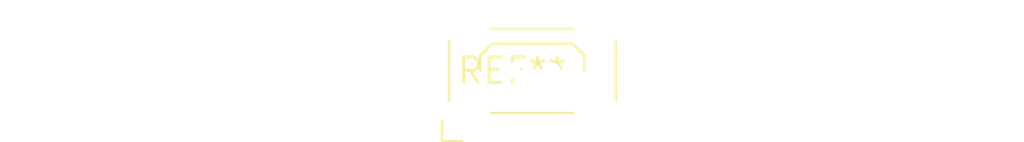
<source format=kicad_pcb>
(kicad_pcb (version 20240108) (generator pcbnew)
  (layers (0 "F.Cu" signal) (31 "B.Cu" signal) (34 "B.Paste" user) (35 "F.Paste" user) (36 "B.SilkS" user "B.Silkscreen") (37 "F.SilkS" user "F.Silkscreen") (38 "B.Mask" user) (39 "F.Mask" user) (44 "Edge.Cuts" user))
  (net 0 "")
  (footprint "Harwin_LTek-Male_02_P2.00mm_Vertical_StrainRelief" (layer "F.Cu") (at 0 0)
    (property "Reference" "REF**")
    (property "Value" "Harwin_LTek-Male_02_P2.00mm_Vertical_StrainRelief")
    (fp_line (start -3.5 2.5) (end -3.5 3.5) (layer "F.SilkS") (stroke (width 0.12)))
    (fp_line (start -3.5 3.5) (end -2.5 3.5) (layer "F.SilkS") (stroke (width 0.12)))
    (fp_line (start -3.15 -1.5) (end -3.15 1.5) (layer "F.SilkS") (stroke (width 0.12)))
    (fp_line (start -1.6 -0.75) (end -1 -1.35) (layer "F.SilkS") (stroke (width 0.12)))
    (fp_line (start -1.6 0) (end -1.6 -0.75) (layer "F.SilkS") (stroke (width 0.12)))
    (fp_line (start -1.05 -2.1) (end 3.05 -2.1) (layer "F.SilkS") (stroke (width 0.12)))
    (fp_line (start -1.05 2.1) (end 3.05 2.1) (layer "F.SilkS") (stroke (width 0.12)))
    (fp_line (start -1 -1.35) (end 1 -1.35) (layer "F.SilkS") (stroke (width 0.12)))
    (fp_line (start 3 -1.35) (end 1 -1.35) (layer "F.SilkS") (stroke (width 0.12)))
    (fp_line (start 3.6 -0.75) (end 3 -1.35) (layer "F.SilkS") (stroke (width 0.12)))
    (fp_line (start 3.6 0) (end 3.6 -0.75) (layer "F.SilkS") (stroke (width 0.12)))
    (fp_line (start 5.15 -1.5) (end 5.15 1.5) (layer "F.SilkS") (stroke (width 0.12)))
    (pad "" thru_hole circle (at -2.25 -2.375) (size 1.25 1.25) (drill 0.95) (layers *.Cu *.Mask) (remove_unused_layers))
    (pad "" thru_hole circle (at -2.25 2.375) (size 1.25 1.25) (drill 0.95) (layers *.Cu *.Mask) (remove_unused_layers))
    (pad "" thru_hole circle (at 4.25 -2.375) (size 1.25 1.25) (drill 0.95) (layers *.Cu *.Mask) (remove_unused_layers))
    (pad "" thru_hole circle (at 4.25 2.375) (size 1.25 1.25) (drill 0.95) (layers *.Cu *.Mask) (remove_unused_layers))
    (pad "1" thru_hole rect (at 0 0) (size 1.35 1.35) (drill 0.8) (layers *.Cu *.Mask) (remove_unused_layers))
    (pad "2" thru_hole circle (at 2 0) (size 1.35 1.35) (drill 0.8) (layers *.Cu *.Mask) (remove_unused_layers))
  )
)
</source>
